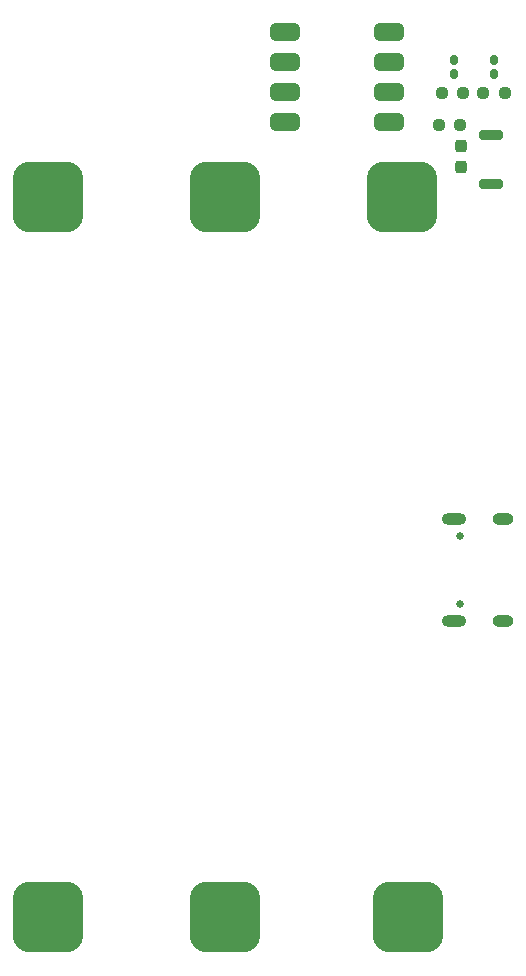
<source format=gbr>
%TF.GenerationSoftware,KiCad,Pcbnew,7.0.2*%
%TF.CreationDate,2024-06-10T16:57:37+03:00*%
%TF.ProjectId,STM32_NRF24L01_Sleep_mode,53544d33-325f-44e5-9246-32344c30315f,rev?*%
%TF.SameCoordinates,Original*%
%TF.FileFunction,Soldermask,Top*%
%TF.FilePolarity,Negative*%
%FSLAX46Y46*%
G04 Gerber Fmt 4.6, Leading zero omitted, Abs format (unit mm)*
G04 Created by KiCad (PCBNEW 7.0.2) date 2024-06-10 16:57:37*
%MOMM*%
%LPD*%
G01*
G04 APERTURE LIST*
G04 Aperture macros list*
%AMRoundRect*
0 Rectangle with rounded corners*
0 $1 Rounding radius*
0 $2 $3 $4 $5 $6 $7 $8 $9 X,Y pos of 4 corners*
0 Add a 4 corners polygon primitive as box body*
4,1,4,$2,$3,$4,$5,$6,$7,$8,$9,$2,$3,0*
0 Add four circle primitives for the rounded corners*
1,1,$1+$1,$2,$3*
1,1,$1+$1,$4,$5*
1,1,$1+$1,$6,$7*
1,1,$1+$1,$8,$9*
0 Add four rect primitives between the rounded corners*
20,1,$1+$1,$2,$3,$4,$5,0*
20,1,$1+$1,$4,$5,$6,$7,0*
20,1,$1+$1,$6,$7,$8,$9,0*
20,1,$1+$1,$8,$9,$2,$3,0*%
G04 Aperture macros list end*
%ADD10RoundRect,1.500000X-1.500000X-1.500000X1.500000X-1.500000X1.500000X1.500000X-1.500000X1.500000X0*%
%ADD11RoundRect,0.375000X-0.875000X-0.375000X0.875000X-0.375000X0.875000X0.375000X-0.875000X0.375000X0*%
%ADD12RoundRect,0.237500X0.250000X0.237500X-0.250000X0.237500X-0.250000X-0.237500X0.250000X-0.237500X0*%
%ADD13RoundRect,0.237500X-0.250000X-0.237500X0.250000X-0.237500X0.250000X0.237500X-0.250000X0.237500X0*%
%ADD14C,0.650000*%
%ADD15O,1.800000X1.000000*%
%ADD16O,2.100000X1.000000*%
%ADD17RoundRect,0.237500X-0.237500X0.300000X-0.237500X-0.300000X0.237500X-0.300000X0.237500X0.300000X0*%
%ADD18RoundRect,0.200000X-0.800000X0.200000X-0.800000X-0.200000X0.800000X-0.200000X0.800000X0.200000X0*%
%ADD19RoundRect,0.160000X0.160000X-0.222500X0.160000X0.222500X-0.160000X0.222500X-0.160000X-0.222500X0*%
G04 APERTURE END LIST*
D10*
%TO.C,BT4*%
X-131566000Y-104414000D03*
X-162066000Y-43414000D03*
X-132066000Y-43414000D03*
X-147066000Y-104414000D03*
X-147066000Y-43414000D03*
X-162066000Y-104414000D03*
%TD*%
D11*
%TO.C,SW4*%
X-133217000Y-29453500D03*
X-133217000Y-31993500D03*
X-133217000Y-34533500D03*
X-133217000Y-37073500D03*
X-141980000Y-37073500D03*
X-141980000Y-34533500D03*
X-141980000Y-31993500D03*
X-141980000Y-29453500D03*
%TD*%
D12*
%TO.C,R10*%
X-123375000Y-34600000D03*
X-125200000Y-34600000D03*
%TD*%
D13*
%TO.C,R8*%
X-128975000Y-37300000D03*
X-127150000Y-37300000D03*
%TD*%
%TO.C,R3*%
X-128712500Y-34600000D03*
X-126887500Y-34600000D03*
%TD*%
D14*
%TO.C,P2*%
X-127205000Y-72110000D03*
X-127205000Y-77890000D03*
D15*
X-123525000Y-70680000D03*
D16*
X-127725000Y-70680000D03*
X-127725000Y-79320000D03*
D15*
X-123525000Y-79320000D03*
%TD*%
D17*
%TO.C,C17*%
X-127125000Y-39125000D03*
X-127125000Y-40850000D03*
%TD*%
D18*
%TO.C,SW3*%
X-124575000Y-38150000D03*
X-124575000Y-42350000D03*
%TD*%
D19*
%TO.C,D1*%
X-127650000Y-31855000D03*
X-127650000Y-33000000D03*
%TD*%
%TO.C,D3*%
X-124300000Y-32975000D03*
X-124300000Y-31830000D03*
%TD*%
M02*

</source>
